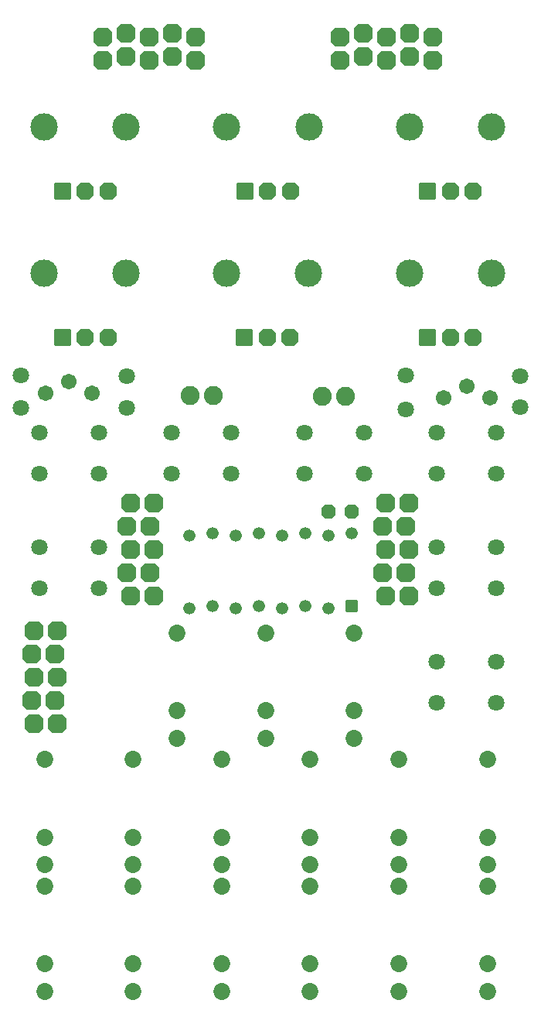
<source format=gbr>
%TF.GenerationSoftware,KiCad,Pcbnew,(6.0.2-0)*%
%TF.CreationDate,2022-03-24T13:34:33-04:00*%
%TF.ProjectId,dots-test,646f7473-2d74-4657-9374-2e6b69636164,rev?*%
%TF.SameCoordinates,Original*%
%TF.FileFunction,Soldermask,Top*%
%TF.FilePolarity,Negative*%
%FSLAX46Y46*%
G04 Gerber Fmt 4.6, Leading zero omitted, Abs format (unit mm)*
G04 Created by KiCad (PCBNEW (6.0.2-0)) date 2022-03-24 13:34:33*
%MOMM*%
%LPD*%
G01*
G04 APERTURE LIST*
G04 Aperture macros list*
%AMRoundRect*
0 Rectangle with rounded corners*
0 $1 Rounding radius*
0 $2 $3 $4 $5 $6 $7 $8 $9 X,Y pos of 4 corners*
0 Add a 4 corners polygon primitive as box body*
4,1,4,$2,$3,$4,$5,$6,$7,$8,$9,$2,$3,0*
0 Add four circle primitives for the rounded corners*
1,1,$1+$1,$2,$3*
1,1,$1+$1,$4,$5*
1,1,$1+$1,$6,$7*
1,1,$1+$1,$8,$9*
0 Add four rect primitives between the rounded corners*
20,1,$1+$1,$2,$3,$4,$5,0*
20,1,$1+$1,$4,$5,$6,$7,0*
20,1,$1+$1,$6,$7,$8,$9,0*
20,1,$1+$1,$8,$9,$2,$3,0*%
%AMFreePoly0*
4,1,25,0.472219,0.907196,0.484342,0.896842,0.896842,0.484342,0.925349,0.428394,0.926600,0.412500,0.926600,-0.412500,0.907196,-0.472219,0.896842,-0.484342,0.484342,-0.896842,0.428394,-0.925349,0.412500,-0.926600,-0.412500,-0.926600,-0.472219,-0.907196,-0.484342,-0.896842,-0.896842,-0.484342,-0.925349,-0.428394,-0.926600,-0.412500,-0.926600,0.412500,-0.907196,0.472219,-0.896842,0.484342,
-0.484342,0.896842,-0.428394,0.925349,-0.412500,0.926600,0.412500,0.926600,0.472219,0.907196,0.472219,0.907196,$1*%
%AMFreePoly1*
4,1,25,0.389919,0.742596,0.402042,0.732242,0.732242,0.402042,0.760749,0.346094,0.762000,0.330200,0.762000,-0.330200,0.742596,-0.389919,0.732242,-0.402042,0.402042,-0.732242,0.346094,-0.760749,0.330200,-0.762000,-0.330200,-0.762000,-0.389919,-0.742596,-0.402042,-0.732242,-0.732242,-0.402042,-0.760749,-0.346094,-0.762000,-0.330200,-0.762000,0.330200,-0.742596,0.389919,-0.732242,0.402042,
-0.402042,0.732242,-0.346094,0.760749,-0.330200,0.762000,0.330200,0.762000,0.389919,0.742596,0.389919,0.742596,$1*%
%AMFreePoly2*
4,1,25,0.529619,1.021996,0.541742,1.011642,1.011642,0.541742,1.040149,0.485794,1.041400,0.469900,1.041400,-0.469900,1.021996,-0.529619,1.011642,-0.541742,0.541742,-1.011642,0.485794,-1.040149,0.469900,-1.041400,-0.469900,-1.041400,-0.529619,-1.021996,-0.541742,-1.011642,-1.011642,-0.541742,-1.040149,-0.485794,-1.041400,-0.469900,-1.041400,0.469900,-1.021996,0.529619,-1.011642,0.541742,
-0.541742,1.011642,-0.485794,1.040149,-0.469900,1.041400,0.469900,1.041400,0.529619,1.021996,0.529619,1.021996,$1*%
G04 Aperture macros list end*
%ADD10RoundRect,0.101600X-0.825000X0.825000X-0.825000X-0.825000X0.825000X-0.825000X0.825000X0.825000X0*%
%ADD11FreePoly0,270.000000*%
%ADD12C,2.997200*%
%ADD13C,2.082800*%
%ADD14C,1.853200*%
%ADD15C,1.803200*%
%ADD16C,1.703200*%
%ADD17FreePoly1,0.000000*%
%ADD18FreePoly2,0.000000*%
%ADD19FreePoly2,270.000000*%
%ADD20FreePoly2,90.000000*%
%ADD21RoundRect,0.101600X0.565000X-0.565000X0.565000X0.565000X-0.565000X0.565000X-0.565000X-0.565000X0*%
%ADD22C,1.333200*%
G04 APERTURE END LIST*
D10*
%TO.C,LAYER_POT*%
X153781500Y-60086000D03*
D11*
X156281500Y-60086000D03*
X158781500Y-60086000D03*
D12*
X151781500Y-53086000D03*
X160781500Y-53086000D03*
%TD*%
D13*
%TO.C,D1*%
X147751300Y-82407000D03*
X150291300Y-82407000D03*
%TD*%
D10*
%TO.C,FX2_POT*%
X173784000Y-76088000D03*
D11*
X176284000Y-76088000D03*
X178784000Y-76088000D03*
D12*
X171784000Y-69088000D03*
X180784000Y-69088000D03*
%TD*%
D14*
%TO.C,GATE_OUT_LOOP_START*%
X156083000Y-108411000D03*
X156083000Y-116911000D03*
X156083000Y-119911000D03*
%TD*%
D15*
%TO.C,EFX2_ON*%
X174812000Y-86523000D03*
X181312000Y-86523000D03*
X174812000Y-91023000D03*
X181312000Y-91023000D03*
%TD*%
D14*
%TO.C,CV1_DRY*%
X131826000Y-122254000D03*
X131826000Y-130754000D03*
X131826000Y-133754000D03*
%TD*%
D15*
%TO.C,R3*%
X183921000Y-83717000D03*
X183921000Y-80292000D03*
%TD*%
D14*
%TO.C,CV7_EFX1_ON*%
X160934400Y-122254000D03*
X160934400Y-130754000D03*
X160934400Y-133754000D03*
%TD*%
D15*
%TO.C,PLAY*%
X160291700Y-86523000D03*
X166791700Y-86523000D03*
X160291700Y-91023000D03*
X166791700Y-91023000D03*
%TD*%
%TO.C,R5*%
X140868000Y-83767000D03*
X140868000Y-80292000D03*
%TD*%
%TO.C,RESET*%
X174812000Y-111542000D03*
X181312000Y-111542000D03*
X174812000Y-116042000D03*
X181312000Y-116042000D03*
%TD*%
D14*
%TO.C,GATE_IN_PLAY*%
X165735000Y-108411000D03*
X165735000Y-116911000D03*
X165735000Y-119911000D03*
%TD*%
D10*
%TO.C,DECAY_POT*%
X153718000Y-76088000D03*
D11*
X156218000Y-76088000D03*
X158718000Y-76088000D03*
D12*
X151718000Y-69088000D03*
X160718000Y-69088000D03*
%TD*%
D16*
%TO.C,LED2*%
X175522000Y-82661000D03*
X180602000Y-82661000D03*
X178062000Y-81391000D03*
%TD*%
D15*
%TO.C,EFX_1_ON*%
X131251000Y-86523000D03*
X137751000Y-86523000D03*
X131251000Y-91023000D03*
X137751000Y-91023000D03*
%TD*%
D14*
%TO.C,CV8_EFX2_ON*%
X160934400Y-136097000D03*
X160934400Y-144597000D03*
X160934400Y-147597000D03*
%TD*%
D10*
%TO.C,DRY_POT*%
X133779000Y-60086000D03*
D11*
X136279000Y-60086000D03*
X138779000Y-60086000D03*
D12*
X131779000Y-53086000D03*
X140779000Y-53086000D03*
%TD*%
D14*
%TO.C,CV4_DECAY*%
X141528800Y-136097000D03*
X141528800Y-144597000D03*
X141528800Y-147597000D03*
%TD*%
D15*
%TO.C,EFX1_SEL*%
X131251000Y-99032500D03*
X137751000Y-99032500D03*
X131251000Y-103532500D03*
X137751000Y-103532500D03*
%TD*%
%TO.C,R4*%
X171373000Y-80217000D03*
X171373000Y-83967000D03*
%TD*%
D16*
%TO.C,LED1*%
X131961000Y-82153000D03*
X137041000Y-82153000D03*
X134501000Y-80883000D03*
%TD*%
D14*
%TO.C,CV5_FX1_PARAM*%
X151231600Y-122254000D03*
X151231600Y-130754000D03*
X151231600Y-133754000D03*
%TD*%
D15*
%TO.C,EFX2_SEL*%
X174812000Y-99032500D03*
X181312000Y-99032500D03*
X174812000Y-103532500D03*
X181312000Y-103532500D03*
%TD*%
D14*
%TO.C,AUDIO_OUT_R*%
X180340000Y-136097000D03*
X180340000Y-144597000D03*
X180340000Y-147597000D03*
%TD*%
D15*
%TO.C,RECORD*%
X145771300Y-86523000D03*
X152271300Y-86523000D03*
X145771300Y-91023000D03*
X152271300Y-91023000D03*
%TD*%
D14*
%TO.C,GATE_IN_RECORD*%
X146304000Y-108411000D03*
X146304000Y-116911000D03*
X146304000Y-119911000D03*
%TD*%
%TO.C,AUDIO_OUT_L*%
X170637200Y-136097000D03*
X170637200Y-144597000D03*
X170637200Y-147597000D03*
%TD*%
D17*
%TO.C,C2*%
X162949000Y-95123000D03*
X165489000Y-95123000D03*
%TD*%
D13*
%TO.C,D2*%
X162271700Y-82534000D03*
X164811700Y-82534000D03*
%TD*%
D14*
%TO.C,AUDIO_IN_R*%
X170637200Y-122254000D03*
X170637200Y-130754000D03*
X170637200Y-133754000D03*
%TD*%
D10*
%TO.C,WET_POT*%
X133779000Y-76088000D03*
D11*
X136279000Y-76088000D03*
X138779000Y-76088000D03*
D12*
X131779000Y-69088000D03*
X140779000Y-69088000D03*
%TD*%
D18*
%TO.C,U1*%
X171772000Y-104398000D03*
X171392000Y-101858000D03*
X171772000Y-99318000D03*
X171392000Y-96778000D03*
X171772000Y-94238000D03*
X169232000Y-94238000D03*
X168852000Y-96778000D03*
X169232000Y-99318000D03*
X168852000Y-101858000D03*
X169232000Y-104398000D03*
D19*
X174392000Y-43238000D03*
X171852000Y-42858000D03*
X169312000Y-43238000D03*
X166772000Y-42858000D03*
X164232000Y-43238000D03*
X164232000Y-45778000D03*
X166772000Y-45398000D03*
X169312000Y-45778000D03*
X171852000Y-45398000D03*
X174392000Y-45778000D03*
X148392000Y-43238000D03*
X145852000Y-42858000D03*
X143312000Y-43238000D03*
X140772000Y-42858000D03*
X138232000Y-43238000D03*
X138232000Y-45778000D03*
X140772000Y-45398000D03*
X143312000Y-45778000D03*
X145852000Y-45398000D03*
X148392000Y-45778000D03*
D18*
X143772000Y-104398000D03*
X143392000Y-101858000D03*
X143772000Y-99318000D03*
X143392000Y-96778000D03*
X143772000Y-94238000D03*
X141232000Y-94238000D03*
X140852000Y-96778000D03*
X141232000Y-99318000D03*
X140852000Y-101858000D03*
X141232000Y-104398000D03*
%TD*%
D14*
%TO.C,AUDIO_IN_L*%
X180340000Y-122254000D03*
X180340000Y-130754000D03*
X180340000Y-133754000D03*
%TD*%
%TO.C,CV2_WET*%
X131826000Y-136097000D03*
X131826000Y-144597000D03*
X131826000Y-147597000D03*
%TD*%
D10*
%TO.C,FX1_POT*%
X173784000Y-60086000D03*
D11*
X176284000Y-60086000D03*
X178784000Y-60086000D03*
D12*
X171784000Y-53086000D03*
X180784000Y-53086000D03*
%TD*%
D14*
%TO.C,CV3_LAYERS*%
X141528800Y-122254000D03*
X141528800Y-130754000D03*
X141528800Y-133754000D03*
%TD*%
%TO.C,CV6_FX2_PARAM*%
X151231600Y-136097000D03*
X151231600Y-144597000D03*
X151231600Y-147597000D03*
%TD*%
D15*
%TO.C,R6*%
X129261000Y-80267000D03*
X129261000Y-83767000D03*
%TD*%
D20*
%TO.C,C1*%
X132969000Y-115824000D03*
X130429000Y-115824000D03*
X133223000Y-113284000D03*
X130683000Y-113284000D03*
X132969000Y-110744000D03*
X130429000Y-110744000D03*
X133223000Y-118364000D03*
X130683000Y-118364000D03*
X133223000Y-108204000D03*
X130683000Y-108204000D03*
%TD*%
D21*
%TO.C,U2*%
X165489000Y-105443000D03*
D22*
X162949000Y-105698000D03*
X160409000Y-105443000D03*
X157869000Y-105698000D03*
X155329000Y-105443000D03*
X152789000Y-105698000D03*
X150249000Y-105443000D03*
X147709000Y-105698000D03*
X147709000Y-97758000D03*
X150249000Y-97503000D03*
X152789000Y-97758000D03*
X155329000Y-97503000D03*
X157869000Y-97758000D03*
X160409000Y-97503000D03*
X162949000Y-97758000D03*
X165489000Y-97503000D03*
%TD*%
M02*

</source>
